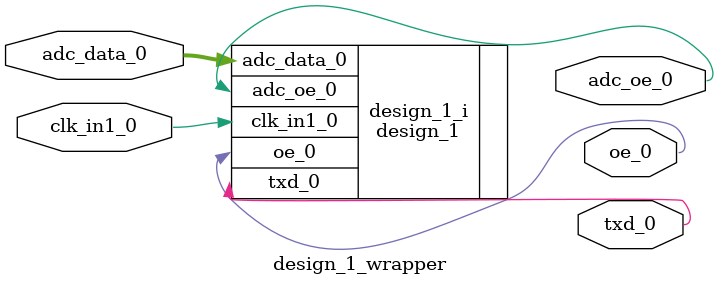
<source format=v>
`timescale 1 ps / 1 ps

module design_1_wrapper
   (adc_data_0,
    adc_oe_0,
    clk_in1_0,
    oe_0,
    txd_0);
  input [7:0]adc_data_0;
  output adc_oe_0;
  input clk_in1_0;
  output oe_0;
  output txd_0;

  wire [7:0]adc_data_0;
  wire adc_oe_0;
  wire clk_in1_0;
  wire oe_0;
  wire txd_0;

  design_1 design_1_i
       (.adc_data_0(adc_data_0),
        .adc_oe_0(adc_oe_0),
        .clk_in1_0(clk_in1_0),
        .oe_0(oe_0),
        .txd_0(txd_0));
endmodule

</source>
